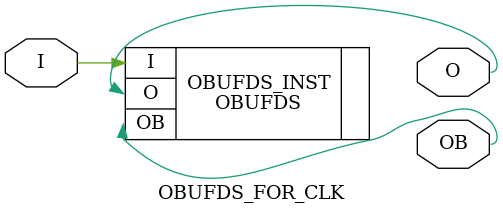
<source format=v>
`timescale 1ns / 1ps


module OBUFDS_FOR_CLK(
    input I,
    output O,
    output OB
    );
OBUFDS #(
    .IOSTANDARD("DEFAULT"), // Specify the output I/O standard
     .SLEW("SLOW")           // Specify the output slew rate
  ) OBUFDS_INST (
      .O(O),     // Diff_p output (connect directly to top-level port)
      .OB(OB),   // Diff_n output (connect directly to top-level port)
      .I(I)      // Buffer input
   );
endmodule

</source>
